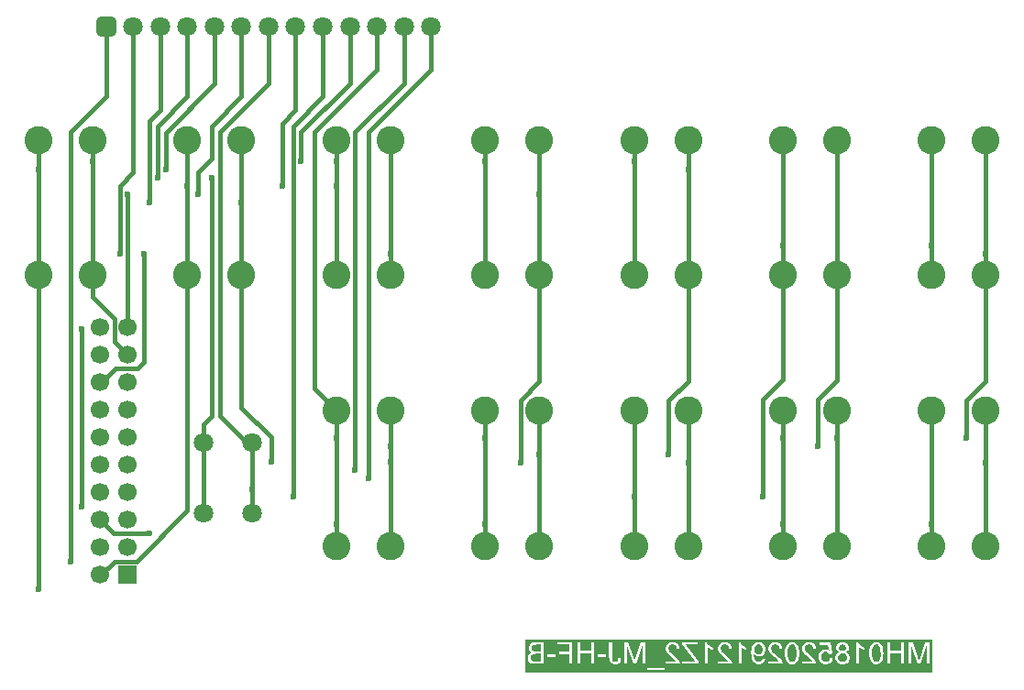
<source format=gbr>
%TF.GenerationSoftware,KiCad,Pcbnew,9.0.6*%
%TF.CreationDate,2026-01-11T11:54:49+09:00*%
%TF.ProjectId,MH01852029121Z2_MJ-HF_control,4d483031-3835-4323-9032-393132315a32,rev?*%
%TF.SameCoordinates,Original*%
%TF.FileFunction,Copper,L2,Bot*%
%TF.FilePolarity,Positive*%
%FSLAX46Y46*%
G04 Gerber Fmt 4.6, Leading zero omitted, Abs format (unit mm)*
G04 Created by KiCad (PCBNEW 9.0.6) date 2026-01-11 11:54:49*
%MOMM*%
%LPD*%
G01*
G04 APERTURE LIST*
G04 Aperture macros list*
%AMRoundRect*
0 Rectangle with rounded corners*
0 $1 Rounding radius*
0 $2 $3 $4 $5 $6 $7 $8 $9 X,Y pos of 4 corners*
0 Add a 4 corners polygon primitive as box body*
4,1,4,$2,$3,$4,$5,$6,$7,$8,$9,$2,$3,0*
0 Add four circle primitives for the rounded corners*
1,1,$1+$1,$2,$3*
1,1,$1+$1,$4,$5*
1,1,$1+$1,$6,$7*
1,1,$1+$1,$8,$9*
0 Add four rect primitives between the rounded corners*
20,1,$1+$1,$2,$3,$4,$5,0*
20,1,$1+$1,$4,$5,$6,$7,0*
20,1,$1+$1,$6,$7,$8,$9,0*
20,1,$1+$1,$8,$9,$2,$3,0*%
G04 Aperture macros list end*
%ADD10C,0.250000*%
%TA.AperFunction,ComponentPad*%
%ADD11C,2.600000*%
%TD*%
%TA.AperFunction,ComponentPad*%
%ADD12RoundRect,0.354331X-0.545669X-0.545669X0.545669X-0.545669X0.545669X0.545669X-0.545669X0.545669X0*%
%TD*%
%TA.AperFunction,ComponentPad*%
%ADD13C,1.800000*%
%TD*%
%TA.AperFunction,ComponentPad*%
%ADD14R,1.700000X1.700000*%
%TD*%
%TA.AperFunction,ComponentPad*%
%ADD15C,1.700000*%
%TD*%
%TA.AperFunction,ViaPad*%
%ADD16C,0.600000*%
%TD*%
%TA.AperFunction,Conductor*%
%ADD17C,0.400000*%
%TD*%
G04 APERTURE END LIST*
D10*
G36*
X231588746Y-85363203D02*
G01*
X231682877Y-85406554D01*
X231770760Y-85481929D01*
X231837039Y-85577106D01*
X231877868Y-85690525D01*
X231892271Y-85827166D01*
X231878686Y-85949330D01*
X231840044Y-86050881D01*
X231776866Y-86136378D01*
X231693731Y-86202570D01*
X231599943Y-86241846D01*
X231491957Y-86255324D01*
X231383343Y-86241695D01*
X231291114Y-86202314D01*
X231211322Y-86136378D01*
X231152178Y-86050878D01*
X231114791Y-85943097D01*
X231101290Y-85806772D01*
X231114964Y-85670577D01*
X231153131Y-85561035D01*
X231214009Y-85472404D01*
X231295598Y-85402798D01*
X231384889Y-85362356D01*
X231485118Y-85348695D01*
X231588746Y-85363203D01*
G37*
G36*
X234686464Y-85357788D02*
G01*
X234757130Y-85384175D01*
X234819837Y-85428115D01*
X234875942Y-85491943D01*
X234924053Y-85583304D01*
X234964089Y-85717198D01*
X234992181Y-85906792D01*
X235002948Y-86167397D01*
X234992814Y-86430419D01*
X234966746Y-86615838D01*
X234930312Y-86741609D01*
X234887543Y-86823066D01*
X234823383Y-86897281D01*
X234755455Y-86947124D01*
X234682595Y-86976274D01*
X234602634Y-86986099D01*
X234522779Y-86976244D01*
X234449976Y-86946990D01*
X234382053Y-86896932D01*
X234317847Y-86822334D01*
X234274978Y-86740529D01*
X234238507Y-86614635D01*
X234212443Y-86429501D01*
X234202320Y-86167397D01*
X234212483Y-85903545D01*
X234238606Y-85717884D01*
X234275079Y-85592243D01*
X234317847Y-85511116D01*
X234381947Y-85437405D01*
X234450278Y-85387720D01*
X234524039Y-85358554D01*
X234605443Y-85348695D01*
X234686464Y-85357788D01*
G37*
G36*
X239380967Y-86190338D02*
G01*
X239475568Y-86228343D01*
X239557711Y-86291594D01*
X239620835Y-86373749D01*
X239658683Y-86467858D01*
X239671772Y-86577602D01*
X239659463Y-86680100D01*
X239621946Y-86780446D01*
X239583266Y-86840921D01*
X239534201Y-86891261D01*
X239473691Y-86932365D01*
X239371657Y-86972627D01*
X239261810Y-86986099D01*
X239148972Y-86973010D01*
X239053314Y-86935396D01*
X238970917Y-86873136D01*
X238907537Y-86791621D01*
X238869379Y-86697106D01*
X238856123Y-86585662D01*
X238869721Y-86472670D01*
X238908959Y-86376405D01*
X238974337Y-86292937D01*
X239059070Y-86228965D01*
X239156396Y-86190495D01*
X239270115Y-86177166D01*
X239380967Y-86190338D01*
G37*
G36*
X239356130Y-85359048D02*
G01*
X239432995Y-85388851D01*
X239499581Y-85438210D01*
X239551706Y-85502523D01*
X239582187Y-85573025D01*
X239592515Y-85652166D01*
X239581889Y-85742263D01*
X239551428Y-85817978D01*
X239501046Y-85882609D01*
X239435180Y-85931584D01*
X239357086Y-85961496D01*
X239263276Y-85972002D01*
X239172136Y-85961640D01*
X239095554Y-85932001D01*
X239030268Y-85883220D01*
X238979644Y-85819345D01*
X238949671Y-85747725D01*
X238939410Y-85665722D01*
X238950027Y-85580262D01*
X238980964Y-85506006D01*
X239033077Y-85440163D01*
X239100151Y-85389559D01*
X239176804Y-85359193D01*
X239265963Y-85348695D01*
X239356130Y-85359048D01*
G37*
G36*
X242463156Y-85357788D02*
G01*
X242533823Y-85384175D01*
X242596529Y-85428115D01*
X242652634Y-85491943D01*
X242700745Y-85583304D01*
X242740781Y-85717198D01*
X242768874Y-85906792D01*
X242779640Y-86167397D01*
X242769506Y-86430419D01*
X242743438Y-86615838D01*
X242707004Y-86741609D01*
X242664235Y-86823066D01*
X242600075Y-86897281D01*
X242532148Y-86947124D01*
X242459287Y-86976274D01*
X242379326Y-86986099D01*
X242299471Y-86976244D01*
X242226669Y-86946990D01*
X242158745Y-86896932D01*
X242094539Y-86822334D01*
X242051670Y-86740529D01*
X242015199Y-86614635D01*
X241989135Y-86429501D01*
X241979012Y-86167397D01*
X241989175Y-85903545D01*
X242015298Y-85717884D01*
X242051771Y-85592243D01*
X242094539Y-85511116D01*
X242158639Y-85437405D01*
X242226970Y-85387720D01*
X242300731Y-85358554D01*
X242382135Y-85348695D01*
X242463156Y-85357788D01*
G37*
G36*
X211425209Y-86927480D02*
G01*
X210926587Y-86927480D01*
X210746214Y-86917711D01*
X210659850Y-86894665D01*
X210593318Y-86862267D01*
X210538181Y-86815600D01*
X210492201Y-86749183D01*
X210462793Y-86670727D01*
X210452512Y-86577725D01*
X210459175Y-86503637D01*
X210478420Y-86438293D01*
X210509909Y-86380010D01*
X210552867Y-86329790D01*
X210605450Y-86290672D01*
X210669155Y-86262041D01*
X210782249Y-86237832D01*
X210962124Y-86227969D01*
X211425209Y-86227969D01*
X211425209Y-86927480D01*
G37*
G36*
X211425209Y-85995450D02*
G01*
X210992166Y-85995450D01*
X210828395Y-85988349D01*
X210739375Y-85972002D01*
X210648870Y-85930359D01*
X210587090Y-85871252D01*
X210549276Y-85794065D01*
X210535799Y-85694542D01*
X210548099Y-85598522D01*
X210583670Y-85517100D01*
X210620110Y-85471378D01*
X210665199Y-85436677D01*
X210720324Y-85412198D01*
X210824976Y-85392543D01*
X211025017Y-85383866D01*
X211425209Y-85383866D01*
X211425209Y-85995450D01*
G37*
G36*
X247514493Y-87934943D02*
G01*
X209955639Y-87934943D01*
X209955639Y-87712721D01*
X221187229Y-87712721D01*
X222817184Y-87712721D01*
X222817184Y-87535157D01*
X221187229Y-87535157D01*
X221187229Y-87712721D01*
X209955639Y-87712721D01*
X209955639Y-86576748D01*
X210177861Y-86576748D01*
X210177968Y-86577725D01*
X210192887Y-86713794D01*
X210237334Y-86839553D01*
X210305757Y-86949563D01*
X210384246Y-87026887D01*
X210479768Y-87083296D01*
X210603576Y-87126416D01*
X210742946Y-87150828D01*
X210926587Y-87160000D01*
X211690334Y-87160000D01*
X211690334Y-86558185D01*
X211982937Y-86558185D01*
X212738503Y-86558185D01*
X212738503Y-86308080D01*
X211982937Y-86308080D01*
X211982937Y-86558185D01*
X211690334Y-86558185D01*
X211690334Y-85383866D01*
X212956245Y-85383866D01*
X214042393Y-85383866D01*
X214042393Y-86011081D01*
X213102424Y-86011081D01*
X213102424Y-86243600D01*
X214042393Y-86243600D01*
X214042393Y-87160000D01*
X214307397Y-87160000D01*
X214762177Y-87160000D01*
X215027180Y-87160000D01*
X215027180Y-86212337D01*
X216068265Y-86212337D01*
X216068265Y-87160000D01*
X216333269Y-87160000D01*
X216333269Y-86558185D01*
X216645045Y-86558185D01*
X217400610Y-86558185D01*
X217400610Y-86518129D01*
X217706646Y-86518129D01*
X217714707Y-86686353D01*
X217736126Y-86813606D01*
X217767463Y-86908063D01*
X217816078Y-86993188D01*
X217879777Y-87062854D01*
X217960048Y-87118722D01*
X218050584Y-87158205D01*
X218152971Y-87182713D01*
X218269504Y-87191263D01*
X218400487Y-87180668D01*
X218475942Y-87160000D01*
X219100418Y-87160000D01*
X219355896Y-87160000D01*
X219355896Y-85477899D01*
X219937927Y-87160000D01*
X220177041Y-87160000D01*
X220756263Y-85449200D01*
X220756263Y-87160000D01*
X221011741Y-87160000D01*
X221011741Y-86927480D01*
X222921598Y-86927480D01*
X222921598Y-87160000D01*
X224245394Y-87160000D01*
X224239603Y-87072929D01*
X224216695Y-86989518D01*
X224186409Y-86927480D01*
X224400366Y-86927480D01*
X224400366Y-87160000D01*
X225983792Y-87160000D01*
X226552756Y-87160000D01*
X226798709Y-87160000D01*
X226798709Y-86927480D01*
X227741974Y-86927480D01*
X227741974Y-87160000D01*
X229065771Y-87160000D01*
X229663433Y-87160000D01*
X229909385Y-87160000D01*
X229909385Y-86113419D01*
X230827983Y-86113419D01*
X230838846Y-86370415D01*
X230868083Y-86571102D01*
X230911392Y-86725491D01*
X230978398Y-86869464D01*
X231061023Y-86983595D01*
X231159298Y-87072316D01*
X231274030Y-87137823D01*
X231401600Y-87177566D01*
X231545324Y-87191263D01*
X231661730Y-87182365D01*
X231762914Y-87156951D01*
X231851435Y-87116100D01*
X231929274Y-87059738D01*
X231994594Y-86989471D01*
X232032903Y-86927480D01*
X232407990Y-86927480D01*
X232407990Y-87160000D01*
X233731786Y-87160000D01*
X233725995Y-87072929D01*
X233703087Y-86989518D01*
X233639137Y-86858521D01*
X233541277Y-86723660D01*
X233414537Y-86591403D01*
X233219487Y-86420921D01*
X233003378Y-86233967D01*
X232936542Y-86168129D01*
X233949651Y-86168129D01*
X233958996Y-86404074D01*
X233984315Y-86591259D01*
X234022069Y-86737826D01*
X234080716Y-86875955D01*
X234153005Y-86986247D01*
X234238590Y-87072927D01*
X234340420Y-87137418D01*
X234460227Y-87177246D01*
X234602634Y-87191263D01*
X234743564Y-87177474D01*
X234863827Y-87138072D01*
X234967614Y-87073958D01*
X235057658Y-86983290D01*
X235093868Y-86927480D01*
X235518667Y-86927480D01*
X235518667Y-87160000D01*
X236842463Y-87160000D01*
X236836672Y-87072929D01*
X236813764Y-86989518D01*
X236749814Y-86858521D01*
X236651953Y-86723660D01*
X236525214Y-86591403D01*
X236392199Y-86475143D01*
X237038468Y-86475143D01*
X237048785Y-86609637D01*
X237078814Y-86731769D01*
X237128014Y-86843671D01*
X237196981Y-86947020D01*
X237279835Y-87035113D01*
X237372218Y-87102532D01*
X237475406Y-87150985D01*
X237591433Y-87180874D01*
X237722958Y-87191263D01*
X237858238Y-87180844D01*
X237975800Y-87151081D01*
X238078640Y-87103222D01*
X238169068Y-87037145D01*
X238245507Y-86954730D01*
X238303544Y-86860528D01*
X238344016Y-86752676D01*
X238366416Y-86628527D01*
X238108251Y-86606667D01*
X238078627Y-86728201D01*
X238033741Y-86821042D01*
X237975017Y-86890966D01*
X237900726Y-86943723D01*
X237817624Y-86975266D01*
X237722958Y-86986099D01*
X237637036Y-86977599D01*
X237559454Y-86952727D01*
X237488335Y-86911318D01*
X237422418Y-86851765D01*
X237369980Y-86781414D01*
X237331781Y-86700061D01*
X237307866Y-86605626D01*
X237306153Y-86583220D01*
X238604675Y-86583220D01*
X238604903Y-86585662D01*
X238616349Y-86708446D01*
X238650330Y-86820673D01*
X238706453Y-86922576D01*
X238786392Y-87016018D01*
X238882144Y-87091256D01*
X238991840Y-87145608D01*
X239118147Y-87179408D01*
X239264619Y-87191263D01*
X239411047Y-87179366D01*
X239483137Y-87160000D01*
X240550802Y-87160000D01*
X240796755Y-87160000D01*
X240796755Y-86168129D01*
X241726343Y-86168129D01*
X241735689Y-86404074D01*
X241761008Y-86591259D01*
X241798761Y-86737826D01*
X241857409Y-86875955D01*
X241929697Y-86986247D01*
X242015282Y-87072927D01*
X242117112Y-87137418D01*
X242236919Y-87177246D01*
X242379326Y-87191263D01*
X242520257Y-87177474D01*
X242573591Y-87160000D01*
X243373761Y-87160000D01*
X243638764Y-87160000D01*
X243638764Y-86212337D01*
X244679849Y-86212337D01*
X244679849Y-87160000D01*
X244944853Y-87160000D01*
X245380949Y-87160000D01*
X245636427Y-87160000D01*
X245636427Y-85477899D01*
X246218457Y-87160000D01*
X246457571Y-87160000D01*
X247036793Y-85449200D01*
X247036793Y-87160000D01*
X247292271Y-87160000D01*
X247292271Y-85151346D01*
X246893422Y-85151346D01*
X246419347Y-86574183D01*
X246323726Y-86871671D01*
X246217114Y-86549515D01*
X245737543Y-85151346D01*
X245380949Y-85151346D01*
X245380949Y-87160000D01*
X244944853Y-87160000D01*
X244944853Y-85151346D01*
X244679849Y-85151346D01*
X244679849Y-85979818D01*
X243638764Y-85979818D01*
X243638764Y-85151346D01*
X243373761Y-85151346D01*
X243373761Y-87160000D01*
X242573591Y-87160000D01*
X242640519Y-87138072D01*
X242744307Y-87073958D01*
X242834351Y-86983290D01*
X242898475Y-86884456D01*
X242952371Y-86759247D01*
X242994486Y-86602367D01*
X243022293Y-86407638D01*
X243032431Y-86168129D01*
X243022982Y-85930184D01*
X242997428Y-85742165D01*
X242959403Y-85595624D01*
X242900296Y-85457507D01*
X242827760Y-85347478D01*
X242742149Y-85261256D01*
X242640309Y-85197057D01*
X242520874Y-85157452D01*
X242379326Y-85143531D01*
X242273477Y-85151164D01*
X242179892Y-85173098D01*
X242096615Y-85208499D01*
X242020732Y-85257814D01*
X241953992Y-85319893D01*
X241895725Y-85395956D01*
X241826770Y-85527515D01*
X241771406Y-85694176D01*
X241739122Y-85885242D01*
X241726376Y-86167397D01*
X241726343Y-86168129D01*
X240796755Y-86168129D01*
X240796755Y-85588785D01*
X240894624Y-85670214D01*
X241029640Y-85758656D01*
X241171730Y-85835539D01*
X241288538Y-85886029D01*
X241288538Y-85651556D01*
X241154772Y-85580394D01*
X241034927Y-85501243D01*
X240927913Y-85414152D01*
X240829735Y-85316309D01*
X240758330Y-85226486D01*
X240709316Y-85143531D01*
X240550802Y-85143531D01*
X240550802Y-87160000D01*
X239483137Y-87160000D01*
X239537337Y-87145440D01*
X239647049Y-87090867D01*
X239742847Y-87015286D01*
X239822469Y-86921609D01*
X239878583Y-86818678D01*
X239912688Y-86704532D01*
X239924441Y-86576381D01*
X239912707Y-86449155D01*
X239879320Y-86341104D01*
X239825401Y-86248485D01*
X239751620Y-86170992D01*
X239658800Y-86111027D01*
X239543300Y-86068356D01*
X239640327Y-86023488D01*
X239714662Y-85970128D01*
X239770080Y-85908499D01*
X239810464Y-85836150D01*
X239835229Y-85754050D01*
X239843841Y-85659860D01*
X239833784Y-85553744D01*
X239804481Y-85458559D01*
X239756003Y-85372011D01*
X239686793Y-85292519D01*
X239604176Y-85228844D01*
X239508709Y-85182600D01*
X239397942Y-85153702D01*
X239268649Y-85143531D01*
X239138889Y-85153882D01*
X239027281Y-85183352D01*
X238930651Y-85230640D01*
X238846598Y-85295938D01*
X238775922Y-85377260D01*
X238726596Y-85465024D01*
X238696898Y-85560762D01*
X238686835Y-85665722D01*
X238686741Y-85666699D01*
X238695191Y-85757242D01*
X238719665Y-85837393D01*
X238759891Y-85909232D01*
X238814668Y-85970629D01*
X238887482Y-86023721D01*
X238981786Y-86068356D01*
X238865460Y-86118466D01*
X238773098Y-86183231D01*
X238701029Y-86262773D01*
X238648208Y-86356364D01*
X238615893Y-86462185D01*
X238604675Y-86583220D01*
X237306153Y-86583220D01*
X237299441Y-86495415D01*
X237307611Y-86390616D01*
X237330688Y-86301961D01*
X237367390Y-86226607D01*
X237417655Y-86162390D01*
X237503134Y-86095402D01*
X237604671Y-86054676D01*
X237726988Y-86040390D01*
X237841105Y-86054387D01*
X237941556Y-86095345D01*
X238027528Y-86158938D01*
X238091765Y-86237739D01*
X238322697Y-86207697D01*
X238128646Y-85174794D01*
X237132745Y-85174794D01*
X237132745Y-85407313D01*
X237931908Y-85407313D01*
X238039863Y-85952219D01*
X237914876Y-85879441D01*
X237789544Y-85837372D01*
X237661409Y-85823503D01*
X237533668Y-85835231D01*
X237418965Y-85869381D01*
X237314647Y-85925755D01*
X237218841Y-86005952D01*
X237140730Y-86102461D01*
X237084867Y-86211107D01*
X237050451Y-86334256D01*
X237038468Y-86475143D01*
X236392199Y-86475143D01*
X236330163Y-86420921D01*
X236114055Y-86233967D01*
X235973263Y-86095278D01*
X235888939Y-85994717D01*
X235822104Y-85885622D01*
X235785579Y-85787484D01*
X235774145Y-85697351D01*
X235785942Y-85603908D01*
X235820409Y-85522367D01*
X235878681Y-85449689D01*
X235953730Y-85394460D01*
X236043190Y-85360613D01*
X236151133Y-85348695D01*
X236265139Y-85361438D01*
X236358360Y-85397455D01*
X236435432Y-85456039D01*
X236493114Y-85533671D01*
X236529563Y-85630860D01*
X236543265Y-85753161D01*
X236796057Y-85727027D01*
X236772356Y-85586153D01*
X236731154Y-85469371D01*
X236673925Y-85372624D01*
X236600662Y-85292885D01*
X236512367Y-85229624D01*
X236409129Y-85183172D01*
X236288121Y-85153894D01*
X236145760Y-85143531D01*
X236002550Y-85154625D01*
X235881144Y-85185988D01*
X235777730Y-85235893D01*
X235689392Y-85304242D01*
X235615492Y-85389893D01*
X235563599Y-85483507D01*
X235532162Y-85586827D01*
X235521353Y-85702358D01*
X235533514Y-85821438D01*
X235570568Y-85939884D01*
X235632732Y-86054769D01*
X235733845Y-86185715D01*
X235869581Y-86323644D01*
X236112909Y-86539867D01*
X236313464Y-86713614D01*
X236397208Y-86793513D01*
X236455495Y-86861554D01*
X236500889Y-86927480D01*
X235518667Y-86927480D01*
X235093868Y-86927480D01*
X235121783Y-86884456D01*
X235175678Y-86759247D01*
X235217793Y-86602367D01*
X235245601Y-86407638D01*
X235255739Y-86168129D01*
X235246290Y-85930184D01*
X235220735Y-85742165D01*
X235182711Y-85595624D01*
X235123603Y-85457507D01*
X235051068Y-85347478D01*
X234965457Y-85261256D01*
X234863617Y-85197057D01*
X234744182Y-85157452D01*
X234602634Y-85143531D01*
X234496784Y-85151164D01*
X234403200Y-85173098D01*
X234319923Y-85208499D01*
X234244039Y-85257814D01*
X234177299Y-85319893D01*
X234119033Y-85395956D01*
X234050078Y-85527515D01*
X233994713Y-85694176D01*
X233962430Y-85885242D01*
X233949684Y-86167397D01*
X233949651Y-86168129D01*
X232936542Y-86168129D01*
X232862586Y-86095278D01*
X232778262Y-85994717D01*
X232711427Y-85885622D01*
X232674903Y-85787484D01*
X232663468Y-85697351D01*
X232675265Y-85603908D01*
X232709732Y-85522367D01*
X232768004Y-85449689D01*
X232843053Y-85394460D01*
X232932513Y-85360613D01*
X233040457Y-85348695D01*
X233154462Y-85361438D01*
X233247684Y-85397455D01*
X233324755Y-85456039D01*
X233382437Y-85533671D01*
X233418886Y-85630860D01*
X233432588Y-85753161D01*
X233685380Y-85727027D01*
X233661679Y-85586153D01*
X233620477Y-85469371D01*
X233563248Y-85372624D01*
X233489986Y-85292885D01*
X233401690Y-85229624D01*
X233298452Y-85183172D01*
X233177444Y-85153894D01*
X233035083Y-85143531D01*
X232891873Y-85154625D01*
X232770467Y-85185988D01*
X232667053Y-85235893D01*
X232578715Y-85304242D01*
X232504815Y-85389893D01*
X232452922Y-85483507D01*
X232421485Y-85586827D01*
X232410676Y-85702358D01*
X232422837Y-85821438D01*
X232459891Y-85939884D01*
X232522055Y-86054769D01*
X232623168Y-86185715D01*
X232758904Y-86323644D01*
X233002233Y-86539867D01*
X233202787Y-86713614D01*
X233286531Y-86793513D01*
X233344819Y-86861554D01*
X233390212Y-86927480D01*
X232407990Y-86927480D01*
X232032903Y-86927480D01*
X232046229Y-86905915D01*
X232084384Y-86806949D01*
X232108182Y-86689710D01*
X231871877Y-86667606D01*
X231843254Y-86775836D01*
X231804469Y-86854703D01*
X231757083Y-86910628D01*
X231696717Y-86951830D01*
X231625294Y-86977178D01*
X231539829Y-86986099D01*
X231431832Y-86972679D01*
X231341015Y-86934075D01*
X231263568Y-86873449D01*
X231201064Y-86794979D01*
X231153216Y-86698773D01*
X231109473Y-86559895D01*
X231081824Y-86410518D01*
X231072592Y-86258255D01*
X231073935Y-86208918D01*
X231128643Y-86281711D01*
X231195401Y-86344994D01*
X231275436Y-86399305D01*
X231362984Y-86439819D01*
X231454769Y-86464037D01*
X231552163Y-86472212D01*
X231672846Y-86460744D01*
X231781649Y-86427258D01*
X231881111Y-86371736D01*
X231972993Y-86292327D01*
X232046779Y-86197634D01*
X232100160Y-86088961D01*
X232133396Y-85963639D01*
X232145062Y-85818129D01*
X232132895Y-85667958D01*
X232098227Y-85538670D01*
X232042513Y-85426576D01*
X231965422Y-85328911D01*
X231869814Y-85247732D01*
X231764428Y-85190439D01*
X231647218Y-85155564D01*
X231515282Y-85143531D01*
X231388138Y-85155355D01*
X231269762Y-85190317D01*
X231157955Y-85248921D01*
X231059793Y-85327933D01*
X230978057Y-85427049D01*
X230912002Y-85549096D01*
X230869012Y-85682335D01*
X230848866Y-85806772D01*
X230839273Y-85866027D01*
X230827983Y-86113419D01*
X229909385Y-86113419D01*
X229909385Y-85588785D01*
X230007255Y-85670214D01*
X230142271Y-85758656D01*
X230284360Y-85835539D01*
X230401168Y-85886029D01*
X230401168Y-85651556D01*
X230267403Y-85580394D01*
X230147558Y-85501243D01*
X230040544Y-85414152D01*
X229942365Y-85316309D01*
X229870961Y-85226486D01*
X229821946Y-85143531D01*
X229663433Y-85143531D01*
X229663433Y-87160000D01*
X229065771Y-87160000D01*
X229059980Y-87072929D01*
X229037072Y-86989518D01*
X228973122Y-86858521D01*
X228875261Y-86723660D01*
X228748522Y-86591403D01*
X228553471Y-86420921D01*
X228337363Y-86233967D01*
X228196571Y-86095278D01*
X228112247Y-85994717D01*
X228045412Y-85885622D01*
X228008887Y-85787484D01*
X227997452Y-85697351D01*
X228009250Y-85603908D01*
X228043717Y-85522367D01*
X228101988Y-85449689D01*
X228177037Y-85394460D01*
X228266498Y-85360613D01*
X228374441Y-85348695D01*
X228488447Y-85361438D01*
X228581668Y-85397455D01*
X228658740Y-85456039D01*
X228716422Y-85533671D01*
X228752871Y-85630860D01*
X228766573Y-85753161D01*
X229019364Y-85727027D01*
X228995664Y-85586153D01*
X228954461Y-85469371D01*
X228897233Y-85372624D01*
X228823970Y-85292885D01*
X228735675Y-85229624D01*
X228632436Y-85183172D01*
X228511429Y-85153894D01*
X228369068Y-85143531D01*
X228225858Y-85154625D01*
X228104452Y-85185988D01*
X228001038Y-85235893D01*
X227912700Y-85304242D01*
X227838800Y-85389893D01*
X227786907Y-85483507D01*
X227755469Y-85586827D01*
X227744661Y-85702358D01*
X227756822Y-85821438D01*
X227793876Y-85939884D01*
X227856040Y-86054769D01*
X227957152Y-86185715D01*
X228092888Y-86323644D01*
X228336217Y-86539867D01*
X228536771Y-86713614D01*
X228620516Y-86793513D01*
X228678803Y-86861554D01*
X228724197Y-86927480D01*
X227741974Y-86927480D01*
X226798709Y-86927480D01*
X226798709Y-85588785D01*
X226896578Y-85670214D01*
X227031594Y-85758656D01*
X227173683Y-85835539D01*
X227290491Y-85886029D01*
X227290491Y-85651556D01*
X227156726Y-85580394D01*
X227036881Y-85501243D01*
X226929867Y-85414152D01*
X226831689Y-85316309D01*
X226760284Y-85226486D01*
X226711270Y-85143531D01*
X226552756Y-85143531D01*
X226552756Y-87160000D01*
X225983792Y-87160000D01*
X225983792Y-86917833D01*
X224957728Y-85623712D01*
X224848250Y-85491435D01*
X224750122Y-85383866D01*
X225867655Y-85383866D01*
X225867655Y-85151346D01*
X224433094Y-85151346D01*
X224433094Y-85383866D01*
X225557588Y-86785575D01*
X225679099Y-86927480D01*
X224400366Y-86927480D01*
X224186409Y-86927480D01*
X224152745Y-86858521D01*
X224054884Y-86723660D01*
X223928145Y-86591403D01*
X223733094Y-86420921D01*
X223516986Y-86233967D01*
X223376194Y-86095278D01*
X223291870Y-85994717D01*
X223225035Y-85885622D01*
X223188510Y-85787484D01*
X223177076Y-85697351D01*
X223188873Y-85603908D01*
X223223340Y-85522367D01*
X223281612Y-85449689D01*
X223356661Y-85394460D01*
X223446121Y-85360613D01*
X223554064Y-85348695D01*
X223668070Y-85361438D01*
X223761291Y-85397455D01*
X223838363Y-85456039D01*
X223896045Y-85533671D01*
X223932494Y-85630860D01*
X223946196Y-85753161D01*
X224198988Y-85727027D01*
X224175287Y-85586153D01*
X224134085Y-85469371D01*
X224076856Y-85372624D01*
X224003593Y-85292885D01*
X223915298Y-85229624D01*
X223812060Y-85183172D01*
X223691052Y-85153894D01*
X223548691Y-85143531D01*
X223405481Y-85154625D01*
X223284075Y-85185988D01*
X223180661Y-85235893D01*
X223092323Y-85304242D01*
X223018423Y-85389893D01*
X222966530Y-85483507D01*
X222935092Y-85586827D01*
X222924284Y-85702358D01*
X222936445Y-85821438D01*
X222973499Y-85939884D01*
X223035663Y-86054769D01*
X223136775Y-86185715D01*
X223272512Y-86323644D01*
X223515840Y-86539867D01*
X223716395Y-86713614D01*
X223800139Y-86793513D01*
X223858426Y-86861554D01*
X223903820Y-86927480D01*
X222921598Y-86927480D01*
X221011741Y-86927480D01*
X221011741Y-85151346D01*
X220612892Y-85151346D01*
X220138817Y-86574183D01*
X220043196Y-86871671D01*
X219936584Y-86549515D01*
X219457013Y-85151346D01*
X219100418Y-85151346D01*
X219100418Y-87160000D01*
X218475942Y-87160000D01*
X218508800Y-87151000D01*
X218598670Y-87104152D01*
X218673237Y-87040198D01*
X218730858Y-86961384D01*
X218773536Y-86863285D01*
X218800127Y-86741623D01*
X218807815Y-86591036D01*
X218568702Y-86558185D01*
X218552021Y-86711215D01*
X218521780Y-86811394D01*
X218482728Y-86873747D01*
X218426602Y-86920107D01*
X218357292Y-86948608D01*
X218270847Y-86958743D01*
X218176385Y-86946827D01*
X218098778Y-86912826D01*
X218037459Y-86858455D01*
X217999005Y-86788018D01*
X217979840Y-86697310D01*
X217971650Y-86536325D01*
X217971650Y-85151346D01*
X217706646Y-85151346D01*
X217706646Y-86518129D01*
X217400610Y-86518129D01*
X217400610Y-86308080D01*
X216645045Y-86308080D01*
X216645045Y-86558185D01*
X216333269Y-86558185D01*
X216333269Y-85151346D01*
X216068265Y-85151346D01*
X216068265Y-85979818D01*
X215027180Y-85979818D01*
X215027180Y-85151346D01*
X214762177Y-85151346D01*
X214762177Y-87160000D01*
X214307397Y-87160000D01*
X214307397Y-85151346D01*
X212956245Y-85151346D01*
X212956245Y-85383866D01*
X211690334Y-85383866D01*
X211690334Y-85151346D01*
X210938921Y-85151346D01*
X210786058Y-85159172D01*
X210665234Y-85180402D01*
X210570725Y-85212285D01*
X210484443Y-85260468D01*
X210412540Y-85322542D01*
X210353471Y-85399619D01*
X210309321Y-85486500D01*
X210283507Y-85574207D01*
X210274947Y-85664134D01*
X210277741Y-85694542D01*
X210282647Y-85747936D01*
X210305672Y-85828234D01*
X210344678Y-85906301D01*
X210397448Y-85975443D01*
X210466701Y-86036414D01*
X210554972Y-86089483D01*
X210440070Y-86135137D01*
X210348126Y-86195977D01*
X210275558Y-86272055D01*
X210221717Y-86362262D01*
X210189104Y-86462899D01*
X210177861Y-86576748D01*
X209955639Y-86576748D01*
X209955639Y-84921309D01*
X247514493Y-84921309D01*
X247514493Y-87934943D01*
G37*
D11*
%TO.P,SW11,1,1*%
%TO.N,/Pin8(B13)_B*%
X206250000Y-38750000D03*
X206250000Y-51250000D03*
%TO.P,SW11,2,2*%
%TO.N,/Pin6(B2)_B*%
X211250000Y-38750000D03*
X211250000Y-51250000D03*
%TD*%
%TO.P,SW23,1,1*%
%TO.N,/Pin11(B15)_B*%
X192500000Y-63750000D03*
X192500000Y-76250000D03*
%TO.P,SW23,2,2*%
%TO.N,/Pin3(B1)_B*%
X197500000Y-63750000D03*
X197500000Y-76250000D03*
%TD*%
%TO.P,SW26,1,1*%
%TO.N,/Pin11(B15)_B*%
X233750000Y-63750000D03*
X233750000Y-76250000D03*
%TO.P,SW26,2,2*%
%TO.N,/Pin2(A1)_B*%
X238750000Y-63750000D03*
X238750000Y-76250000D03*
%TD*%
%TO.P,SW27,1,1*%
%TO.N,/Pin11(B15)_B*%
X247500000Y-63750000D03*
X247500000Y-76250000D03*
%TO.P,SW27,2,2*%
%TO.N,/Pin6(B2)_B*%
X252500000Y-63750000D03*
X252500000Y-76250000D03*
%TD*%
D12*
%TO.P,J1,1,Pin_1*%
%TO.N,/Pin1(B16)_B*%
X171250000Y-28250000D03*
D13*
%TO.P,J1,2,Pin_2*%
%TO.N,/Pin2(A1)_B*%
X173750000Y-28250000D03*
%TO.P,J1,3,Pin_3*%
%TO.N,/Pin3(B1)_B*%
X176250000Y-28250000D03*
%TO.P,J1,4,Pin_4*%
%TO.N,/Pin4(B11)_B*%
X178750000Y-28250000D03*
%TO.P,J1,5,Pin_5*%
%TO.N,/Pin5(B12)_B*%
X181250000Y-28250000D03*
%TO.P,J1,6,Pin_6*%
%TO.N,/Pin6(B2)_B*%
X183750000Y-28250000D03*
%TO.P,J1,7,Pin_7*%
%TO.N,/Pin7(B3)_B*%
X186250000Y-28250000D03*
%TO.P,J1,8,Pin_8*%
%TO.N,/Pin8(B13)_B*%
X188750000Y-28250000D03*
%TO.P,J1,9,Pin_9*%
%TO.N,/Pin9(B14)_B*%
X191250000Y-28250000D03*
%TO.P,J1,10,Pin_10*%
%TO.N,/Pin10(A2)_B*%
X193750000Y-28250000D03*
%TO.P,J1,11,Pin_11*%
%TO.N,/Pin11(B15)_B*%
X196250000Y-28250000D03*
%TO.P,J1,12,Pin_12*%
%TO.N,/Pin12(A5)_B*%
X198750000Y-28250000D03*
%TO.P,J1,13,Pin_13*%
%TO.N,/Pin13(A17)_B*%
X201250000Y-28250000D03*
%TD*%
D11*
%TO.P,SW13,1,1*%
%TO.N,/Pin9(B14)_B*%
X233750000Y-38750000D03*
X233750000Y-51250000D03*
%TO.P,SW13,2,2*%
%TO.N,/Pin3(B1)_B*%
X238750000Y-38750000D03*
X238750000Y-51250000D03*
%TD*%
%TO.P,SW9,1,1*%
%TO.N,/Pin8(B13)_B*%
X178750000Y-38750000D03*
X178750000Y-51250000D03*
%TO.P,SW9,2,2*%
%TO.N,/Pin3(B1)_B*%
X183750000Y-38750000D03*
X183750000Y-51250000D03*
%TD*%
%TO.P,SW12,1,1*%
%TO.N,/Pin8(B13)_B*%
X220000000Y-38750000D03*
X220000000Y-51250000D03*
%TO.P,SW12,2,2*%
%TO.N,/Pin10(A2)_B*%
X225000000Y-38750000D03*
X225000000Y-51250000D03*
%TD*%
%TO.P,SW8,1,1*%
%TO.N,/Pin5(B12)_B*%
X165000000Y-38750000D03*
X165000000Y-51250000D03*
%TO.P,SW8,2,2*%
%TO.N,/Pin10(A2)_B*%
X170000000Y-38750000D03*
X170000000Y-51250000D03*
%TD*%
D13*
%TO.P,SW22,1,1*%
%TO.N,/Pin4(B11)_B*%
X180250000Y-66750000D03*
X180250000Y-73250000D03*
%TO.P,SW22,2,2*%
%TO.N,/Pin7(B3)_B*%
X184750000Y-66750000D03*
X184750000Y-73250000D03*
%TD*%
D11*
%TO.P,SW14,1,1*%
%TO.N,/Pin9(B14)_B*%
X247500000Y-38750000D03*
X247500000Y-51250000D03*
%TO.P,SW14,2,2*%
%TO.N,/Pin2(A1)_B*%
X252500000Y-38750000D03*
X252500000Y-51250000D03*
%TD*%
%TO.P,SW10,1,1*%
%TO.N,/Pin8(B13)_B*%
X192500000Y-38750000D03*
X192500000Y-51250000D03*
%TO.P,SW10,2,2*%
%TO.N,/Pin2(A1)_B*%
X197500000Y-38750000D03*
X197500000Y-51250000D03*
%TD*%
%TO.P,SW24,1,1*%
%TO.N,/Pin11(B15)_B*%
X206250000Y-63750000D03*
X206250000Y-76250000D03*
%TO.P,SW24,2,2*%
%TO.N,/Pin10(A2)_B*%
X211250000Y-63750000D03*
X211250000Y-76250000D03*
%TD*%
%TO.P,SW25,1,1*%
%TO.N,/Pin9(B14)_B*%
X220000000Y-63750000D03*
X220000000Y-76250000D03*
%TO.P,SW25,2,2*%
%TO.N,/Pin6(B2)_B*%
X225000000Y-63750000D03*
X225000000Y-76250000D03*
%TD*%
D14*
%TO.P,J3,1,Pin_1*%
%TO.N,/Pin5(B12)_B*%
X173250000Y-78950000D03*
D15*
%TO.P,J3,2,Pin_2*%
%TO.N,/Pin8(B13)_B*%
X170710000Y-78950000D03*
%TO.P,J3,3,Pin_3*%
%TO.N,/Pin1(B16)_B*%
X173250000Y-76410000D03*
%TO.P,J3,4,Pin_4*%
%TO.N,/Pin4(B11)_B*%
X170710000Y-76410000D03*
%TO.P,J3,5,Pin_5*%
%TO.N,/Pin9(B14)_B*%
X173250000Y-73870000D03*
%TO.P,J3,6,Pin_6*%
%TO.N,/Pin11(B15)_B*%
X170710000Y-73870000D03*
%TO.P,J3,7,Pin_7*%
%TO.N,unconnected-(J3-Pin_7-Pad7)*%
X173250000Y-71330000D03*
%TO.P,J3,8,Pin_8*%
%TO.N,unconnected-(J3-Pin_8-Pad8)*%
X170710000Y-71330000D03*
%TO.P,J3,9,Pin_9*%
%TO.N,unconnected-(J3-Pin_9-Pad9)*%
X173250000Y-68790000D03*
%TO.P,J3,10,Pin_10*%
%TO.N,unconnected-(J3-Pin_10-Pad10)*%
X170710000Y-68790000D03*
%TO.P,J3,11,Pin_11*%
%TO.N,/Pin12(A5)_B*%
X173250000Y-66250000D03*
%TO.P,J3,12,Pin_12*%
%TO.N,/Pin13(A17)_B*%
X170710000Y-66250000D03*
%TO.P,J3,13,Pin_13*%
%TO.N,unconnected-(J3-Pin_13-Pad13)*%
X173250000Y-63710000D03*
%TO.P,J3,14,Pin_14*%
%TO.N,unconnected-(J3-Pin_14-Pad14)*%
X170710000Y-63710000D03*
%TO.P,J3,15,Pin_15*%
%TO.N,unconnected-(J3-Pin_15-Pad15)*%
X173250000Y-61170000D03*
%TO.P,J3,16,Pin_16*%
%TO.N,/Pin2(A1)_B*%
X170710000Y-61170000D03*
%TO.P,J3,17,Pin_17*%
%TO.N,/Pin10(A2)_B*%
X173250000Y-58630000D03*
%TO.P,J3,18,Pin_18*%
%TO.N,/Pin3(B1)_B*%
X170710000Y-58630000D03*
%TO.P,J3,19,Pin_19*%
%TO.N,/Pin6(B2)_B*%
X173250000Y-56090000D03*
%TO.P,J3,20,Pin_20*%
%TO.N,/Pin7(B3)_B*%
X170710000Y-56090000D03*
%TD*%
D16*
%TO.N,/Pin2(A1)_B*%
X172500000Y-49250000D03*
X174750000Y-49250000D03*
X197500000Y-49250000D03*
X238750000Y-66294000D03*
X252500000Y-49250000D03*
X250698000Y-66294000D03*
%TO.N,/Pin13(A17)_B*%
X195500000Y-70000000D03*
%TO.N,/Pin7(B3)_B*%
X169000000Y-56250000D03*
X169000000Y-72619000D03*
X184750000Y-71000000D03*
%TO.N,/Pin5(B12)_B*%
X176750000Y-41500000D03*
X165000000Y-41500000D03*
X165000000Y-80250000D03*
%TO.N,/Pin10(A2)_B*%
X170000000Y-40750000D03*
X211250000Y-67818000D03*
X223139000Y-67818000D03*
X225000000Y-41500000D03*
X189250000Y-40750000D03*
%TO.N,/Pin1(B16)_B*%
X168000000Y-77699000D03*
%TO.N,/Pin8(B13)_B*%
X192500000Y-43000000D03*
X192500000Y-40750000D03*
X178750000Y-43000000D03*
X220000000Y-40750000D03*
X187500000Y-43000000D03*
X206250000Y-40750000D03*
%TO.N,/Pin11(B15)_B*%
X175250000Y-75121000D03*
X192500000Y-74250000D03*
X233750000Y-66294000D03*
X233750000Y-74250000D03*
X206250000Y-66294000D03*
X206250000Y-74250000D03*
X247500000Y-74250000D03*
X192500000Y-66294000D03*
%TO.N,/Pin6(B2)_B*%
X252500000Y-68580000D03*
X179750000Y-43750000D03*
X225000000Y-68580000D03*
X211250000Y-43750000D03*
X209500000Y-68580000D03*
X173250000Y-43750000D03*
%TO.N,/Pin9(B14)_B*%
X247500000Y-48500000D03*
X233750000Y-48500000D03*
X220000000Y-71750000D03*
X231902000Y-71755000D03*
X188500000Y-71750000D03*
%TO.N,/Pin12(A5)_B*%
X194250000Y-69250000D03*
%TO.N,/Pin3(B1)_B*%
X197500000Y-68500000D03*
X197500000Y-67056000D03*
X236982000Y-67056000D03*
X183750000Y-44500000D03*
X175250000Y-44500000D03*
X186500000Y-68500000D03*
%TO.N,/Pin4(B11)_B*%
X181000000Y-42250000D03*
X176000000Y-42250000D03*
%TD*%
D17*
%TO.N,/Pin2(A1)_B*%
X172500000Y-49250000D02*
X172500000Y-43000000D01*
X252500000Y-49250000D02*
X252500000Y-38750000D01*
X197500000Y-38750000D02*
X197500000Y-51250000D01*
X173750000Y-41750000D02*
X173750000Y-28250000D01*
X238750000Y-66294000D02*
X238750000Y-76250000D01*
X238750000Y-63750000D02*
X238750000Y-66294000D01*
X252500000Y-61029500D02*
X252500000Y-51250000D01*
X250698000Y-62831500D02*
X252500000Y-61029500D01*
X170830000Y-61170000D02*
X170710000Y-61170000D01*
X172119000Y-59881000D02*
X170830000Y-61170000D01*
X252500000Y-51250000D02*
X252500000Y-49250000D01*
X174119000Y-59881000D02*
X172119000Y-59881000D01*
X174750000Y-59250000D02*
X174119000Y-59881000D01*
X172500000Y-43000000D02*
X173750000Y-41750000D01*
X174750000Y-49250000D02*
X174750000Y-59250000D01*
X250698000Y-66294000D02*
X250698000Y-62831500D01*
%TO.N,/Pin13(A17)_B*%
X195500000Y-70000000D02*
X195500000Y-38000000D01*
X195500000Y-38000000D02*
X201250000Y-32250000D01*
X201250000Y-32250000D02*
X201250000Y-28250000D01*
%TO.N,/Pin7(B3)_B*%
X184750000Y-71000000D02*
X184750000Y-66750000D01*
X186250000Y-33500000D02*
X186250000Y-28250000D01*
X184250000Y-66750000D02*
X181750000Y-64250000D01*
X184750000Y-73250000D02*
X184750000Y-71000000D01*
X181750000Y-38000000D02*
X186250000Y-33500000D01*
X169000000Y-72619000D02*
X169000000Y-56250000D01*
X184750000Y-66750000D02*
X184250000Y-66750000D01*
X181750000Y-64250000D02*
X181750000Y-38000000D01*
%TO.N,/Pin5(B12)_B*%
X176750000Y-38062500D02*
X181250000Y-33562500D01*
X165000000Y-51250000D02*
X165000000Y-41500000D01*
X176750000Y-41500000D02*
X176750000Y-38062500D01*
X165000000Y-41500000D02*
X165000000Y-38750000D01*
X165000000Y-51250000D02*
X165000000Y-80250000D01*
X181250000Y-33562500D02*
X181250000Y-28250000D01*
%TO.N,/Pin10(A2)_B*%
X170000000Y-51250000D02*
X170000000Y-53250000D01*
X193750000Y-33500000D02*
X193750000Y-28250000D01*
X170000000Y-38750000D02*
X170000000Y-40750000D01*
X225000000Y-38750000D02*
X225000000Y-41500000D01*
X211250000Y-67818000D02*
X211250000Y-76250000D01*
X189250000Y-38000000D02*
X193750000Y-33500000D01*
X225000000Y-61004000D02*
X225000000Y-51250000D01*
X170000000Y-53250000D02*
X171999000Y-55249000D01*
X225000000Y-41500000D02*
X225000000Y-51250000D01*
X171999000Y-55249000D02*
X171999000Y-57379000D01*
X211250000Y-63750000D02*
X211250000Y-67818000D01*
X223139000Y-62865000D02*
X225000000Y-61004000D01*
X171999000Y-57379000D02*
X173250000Y-58630000D01*
X223139000Y-67818000D02*
X223139000Y-62865000D01*
X170000000Y-40750000D02*
X170000000Y-51250000D01*
X189250000Y-40750000D02*
X189250000Y-38000000D01*
%TO.N,/Pin1(B16)_B*%
X171250000Y-34750000D02*
X171250000Y-28250000D01*
X168000000Y-77699000D02*
X168000000Y-38000000D01*
X168000000Y-38000000D02*
X171250000Y-34750000D01*
%TO.N,/Pin8(B13)_B*%
X170800000Y-78950000D02*
X170710000Y-78950000D01*
X178750000Y-73000000D02*
X174051000Y-77699000D01*
X188750000Y-36000000D02*
X188750000Y-28250000D01*
X220000000Y-51250000D02*
X220000000Y-40750000D01*
X178750000Y-51250000D02*
X178750000Y-73000000D01*
X174051000Y-77699000D02*
X172051000Y-77699000D01*
X187500000Y-43000000D02*
X187500000Y-37250000D01*
X187500000Y-37250000D02*
X188750000Y-36000000D01*
X220000000Y-40750000D02*
X220000000Y-38750000D01*
X192500000Y-51250000D02*
X192500000Y-43000000D01*
X178750000Y-51250000D02*
X178750000Y-43000000D01*
X178750000Y-43000000D02*
X178750000Y-38750000D01*
X192500000Y-40750000D02*
X192500000Y-38750000D01*
X172051000Y-77699000D02*
X170800000Y-78950000D01*
X206250000Y-51250000D02*
X206250000Y-38750000D01*
X192500000Y-43000000D02*
X192500000Y-40750000D01*
%TO.N,/Pin11(B15)_B*%
X190500000Y-38000000D02*
X190500000Y-61750000D01*
X196250000Y-28250000D02*
X196250000Y-32250000D01*
X247500000Y-74250000D02*
X247500000Y-63750000D01*
X233750000Y-74250000D02*
X233750000Y-63750000D01*
X233750000Y-76250000D02*
X233750000Y-74250000D01*
X196250000Y-32250000D02*
X190500000Y-38000000D01*
X192500000Y-66294000D02*
X192500000Y-63750000D01*
X206250000Y-66294000D02*
X206250000Y-63750000D01*
X192500000Y-76250000D02*
X192500000Y-74250000D01*
X170710000Y-73870000D02*
X171961000Y-75121000D01*
X247500000Y-76250000D02*
X247500000Y-74250000D01*
X192500000Y-74250000D02*
X192500000Y-66294000D01*
X206250000Y-76250000D02*
X206250000Y-74250000D01*
X171961000Y-75121000D02*
X175250000Y-75121000D01*
X206250000Y-74250000D02*
X206250000Y-66294000D01*
X190500000Y-61750000D02*
X192500000Y-63750000D01*
%TO.N,/Pin6(B2)_B*%
X209500000Y-62788000D02*
X211250000Y-61038000D01*
X179750000Y-43750000D02*
X179750000Y-41750000D01*
X252500000Y-63750000D02*
X252500000Y-68580000D01*
X181000000Y-37500000D02*
X183750000Y-34750000D01*
X211250000Y-38750000D02*
X211250000Y-51250000D01*
X179750000Y-41750000D02*
X181000000Y-40500000D01*
X209500000Y-68580000D02*
X209500000Y-62788000D01*
X211250000Y-61038000D02*
X211250000Y-51250000D01*
X225000000Y-63750000D02*
X225000000Y-76250000D01*
X181000000Y-40500000D02*
X181000000Y-37500000D01*
X173250000Y-43750000D02*
X173250000Y-56090000D01*
X252500000Y-68580000D02*
X252500000Y-76250000D01*
X183750000Y-34750000D02*
X183750000Y-28250000D01*
%TO.N,/Pin9(B14)_B*%
X220000000Y-71750000D02*
X220000000Y-63750000D01*
X188500000Y-37500000D02*
X191250000Y-34750000D01*
X233750000Y-60890000D02*
X233750000Y-51250000D01*
X247500000Y-48500000D02*
X247500000Y-51250000D01*
X233750000Y-38750000D02*
X233750000Y-48500000D01*
X233750000Y-48500000D02*
X233750000Y-51250000D01*
X188500000Y-71750000D02*
X188500000Y-37500000D01*
X231902000Y-62738000D02*
X233750000Y-60890000D01*
X231902000Y-71755000D02*
X231902000Y-62738000D01*
X220000000Y-76250000D02*
X220000000Y-71750000D01*
X191250000Y-34750000D02*
X191250000Y-28250000D01*
X247500000Y-38750000D02*
X247500000Y-48500000D01*
%TO.N,/Pin12(A5)_B*%
X198750000Y-33500000D02*
X198750000Y-28250000D01*
X194250000Y-69250000D02*
X194250000Y-38000000D01*
X194250000Y-38000000D02*
X198750000Y-33500000D01*
%TO.N,/Pin3(B1)_B*%
X183750000Y-44500000D02*
X183750000Y-49250000D01*
X183750000Y-51250000D02*
X183750000Y-52250000D01*
X176250000Y-36000000D02*
X176250000Y-28250000D01*
X183750000Y-63500000D02*
X183750000Y-51250000D01*
X238750000Y-60970000D02*
X238750000Y-51250000D01*
X197500000Y-67056000D02*
X197500000Y-76250000D01*
X236982000Y-62738000D02*
X238750000Y-60970000D01*
X175250000Y-37000000D02*
X176250000Y-36000000D01*
X236982000Y-67056000D02*
X236982000Y-62738000D01*
X238750000Y-51250000D02*
X238750000Y-38750000D01*
X197500000Y-63750000D02*
X197500000Y-67056000D01*
X186500000Y-66250000D02*
X186500000Y-68500000D01*
X183750000Y-49250000D02*
X183750000Y-51250000D01*
X183750000Y-38750000D02*
X183750000Y-44500000D01*
X175250000Y-44500000D02*
X175250000Y-37000000D01*
X186500000Y-66250000D02*
X183750000Y-63500000D01*
%TO.N,/Pin4(B11)_B*%
X181000000Y-64250000D02*
X181000000Y-42250000D01*
X180250000Y-65000000D02*
X181000000Y-64250000D01*
X178750000Y-34750000D02*
X178750000Y-28250000D01*
X176000000Y-42250000D02*
X176000000Y-37500000D01*
X180250000Y-73250000D02*
X180250000Y-66750000D01*
X180250000Y-66750000D02*
X180250000Y-65000000D01*
X176000000Y-37500000D02*
X178750000Y-34750000D01*
%TD*%
M02*

</source>
